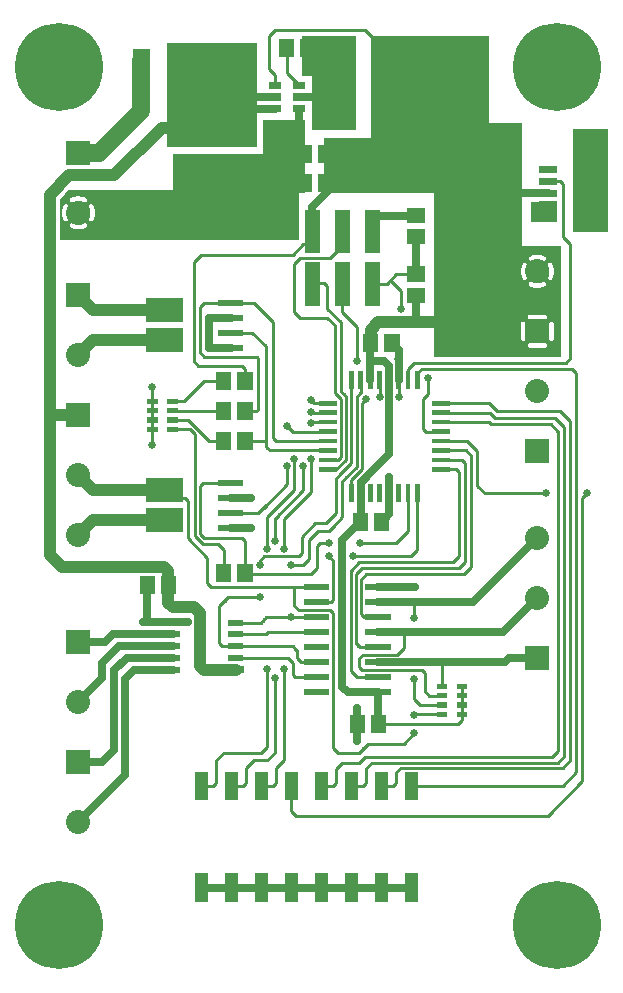
<source format=gbr>
G04 start of page 2 for group 0 idx 0 *
G04 Title: (unknown), component *
G04 Creator: pcb 4.0.2 *
G04 CreationDate: Mon Jan 25 18:11:42 2021 UTC *
G04 For: ndholmes *
G04 Format: Gerber/RS-274X *
G04 PCB-Dimensions (mil): 3000.00 3200.00 *
G04 PCB-Coordinate-Origin: lower left *
%MOIN*%
%FSLAX25Y25*%
%LNTOP*%
%ADD21C,0.0480*%
%ADD20C,0.1285*%
%ADD19C,0.0120*%
%ADD18C,0.0260*%
%ADD17C,0.0800*%
%ADD16C,0.2937*%
%ADD15C,0.0100*%
%ADD14C,0.0250*%
%ADD13C,0.0400*%
%ADD12C,0.0600*%
%ADD11C,0.0001*%
G54D11*G36*
X116000Y282000D02*X103500D01*
Y313500D01*
X116000D01*
Y282000D01*
G37*
G36*
X121000Y313500D02*X132000D01*
Y278000D01*
X121000D01*
Y313500D01*
G37*
G36*
X121500D02*X160500D01*
Y261000D01*
X121500D01*
Y313500D01*
G37*
G36*
X142000Y286000D02*X160500D01*
Y208000D01*
X142000D01*
Y286000D01*
G37*
G36*
X181250Y243500D02*X184500D01*
Y206500D01*
X181250D01*
Y211748D01*
X181368Y211757D01*
X181482Y211785D01*
X181592Y211830D01*
X181692Y211891D01*
X181782Y211968D01*
X181859Y212058D01*
X181920Y212158D01*
X181965Y212268D01*
X181993Y212382D01*
X182000Y212500D01*
Y217500D01*
X181993Y217618D01*
X181965Y217732D01*
X181920Y217842D01*
X181859Y217942D01*
X181782Y218032D01*
X181692Y218109D01*
X181592Y218170D01*
X181482Y218215D01*
X181368Y218243D01*
X181250Y218252D01*
Y232303D01*
X181269Y232319D01*
X181345Y232409D01*
X181405Y232511D01*
X181622Y232980D01*
X181789Y233469D01*
X181909Y233972D01*
X181982Y234484D01*
X182006Y235000D01*
X181982Y235516D01*
X181909Y236028D01*
X181789Y236531D01*
X181622Y237020D01*
X181410Y237492D01*
X181349Y237593D01*
X181272Y237684D01*
X181250Y237702D01*
Y243500D01*
G37*
G36*
X176500D02*X181250D01*
Y237702D01*
X181182Y237761D01*
X181080Y237823D01*
X180971Y237869D01*
X180855Y237897D01*
X180737Y237906D01*
X180619Y237897D01*
X180503Y237870D01*
X180393Y237824D01*
X180292Y237762D01*
X180202Y237686D01*
X180124Y237595D01*
X180062Y237494D01*
X180016Y237385D01*
X179989Y237269D01*
X179979Y237151D01*
X179988Y237032D01*
X180016Y236917D01*
X180063Y236808D01*
X180221Y236468D01*
X180342Y236112D01*
X180430Y235747D01*
X180482Y235375D01*
X180500Y235000D01*
X180482Y234625D01*
X180430Y234253D01*
X180342Y233888D01*
X180221Y233532D01*
X180067Y233190D01*
X180020Y233082D01*
X179993Y232967D01*
X179983Y232849D01*
X179993Y232732D01*
X180021Y232617D01*
X180066Y232508D01*
X180128Y232407D01*
X180205Y232318D01*
X180295Y232241D01*
X180395Y232180D01*
X180504Y232135D01*
X180619Y232107D01*
X180737Y232098D01*
X180855Y232108D01*
X180969Y232135D01*
X181078Y232181D01*
X181179Y232243D01*
X181250Y232303D01*
Y218252D01*
X181132Y218243D01*
X181018Y218215D01*
X180908Y218170D01*
X180808Y218109D01*
X180718Y218032D01*
X180641Y217942D01*
X180580Y217842D01*
X180535Y217732D01*
X180507Y217618D01*
X180500Y217500D01*
Y212500D01*
X180507Y212382D01*
X180535Y212268D01*
X180580Y212158D01*
X180641Y212058D01*
X180718Y211968D01*
X180808Y211891D01*
X180908Y211830D01*
X181018Y211785D01*
X181132Y211757D01*
X181250Y211748D01*
Y206500D01*
X176500D01*
Y209500D01*
X179000D01*
X179118Y209507D01*
X179232Y209535D01*
X179342Y209580D01*
X179442Y209641D01*
X179532Y209718D01*
X179609Y209808D01*
X179670Y209908D01*
X179715Y210018D01*
X179743Y210132D01*
X179752Y210250D01*
X179743Y210368D01*
X179715Y210482D01*
X179670Y210592D01*
X179609Y210692D01*
X179532Y210782D01*
X179442Y210859D01*
X179342Y210920D01*
X179232Y210965D01*
X179118Y210993D01*
X179000Y211000D01*
X176500D01*
Y219000D01*
X179000D01*
X179118Y219007D01*
X179232Y219035D01*
X179342Y219080D01*
X179442Y219141D01*
X179532Y219218D01*
X179609Y219308D01*
X179670Y219408D01*
X179715Y219518D01*
X179743Y219632D01*
X179752Y219750D01*
X179743Y219868D01*
X179715Y219982D01*
X179670Y220092D01*
X179609Y220192D01*
X179532Y220282D01*
X179442Y220359D01*
X179342Y220420D01*
X179232Y220465D01*
X179118Y220493D01*
X179000Y220500D01*
X176500D01*
Y229494D01*
X177016Y229518D01*
X177528Y229591D01*
X178031Y229711D01*
X178520Y229878D01*
X178992Y230090D01*
X179093Y230151D01*
X179184Y230228D01*
X179261Y230318D01*
X179323Y230420D01*
X179369Y230529D01*
X179397Y230645D01*
X179406Y230763D01*
X179397Y230881D01*
X179370Y230997D01*
X179324Y231107D01*
X179262Y231208D01*
X179186Y231298D01*
X179095Y231376D01*
X178994Y231438D01*
X178885Y231484D01*
X178769Y231511D01*
X178651Y231521D01*
X178532Y231512D01*
X178417Y231484D01*
X178308Y231437D01*
X177968Y231279D01*
X177612Y231158D01*
X177247Y231070D01*
X176875Y231018D01*
X176500Y231000D01*
Y239000D01*
X176875Y238982D01*
X177247Y238930D01*
X177612Y238842D01*
X177968Y238721D01*
X178310Y238567D01*
X178418Y238520D01*
X178533Y238493D01*
X178651Y238483D01*
X178768Y238493D01*
X178883Y238521D01*
X178992Y238566D01*
X179093Y238628D01*
X179182Y238705D01*
X179259Y238795D01*
X179320Y238895D01*
X179365Y239004D01*
X179393Y239119D01*
X179402Y239237D01*
X179392Y239355D01*
X179365Y239469D01*
X179319Y239578D01*
X179257Y239679D01*
X179181Y239769D01*
X179091Y239845D01*
X178989Y239905D01*
X178520Y240122D01*
X178031Y240289D01*
X177528Y240409D01*
X177016Y240482D01*
X176500Y240506D01*
Y243500D01*
G37*
G36*
X171750D02*X176500D01*
Y240506D01*
X175984Y240482D01*
X175472Y240409D01*
X174969Y240289D01*
X174480Y240122D01*
X174008Y239910D01*
X173907Y239849D01*
X173816Y239772D01*
X173739Y239682D01*
X173677Y239580D01*
X173631Y239471D01*
X173603Y239355D01*
X173594Y239237D01*
X173603Y239119D01*
X173630Y239003D01*
X173676Y238893D01*
X173738Y238792D01*
X173814Y238702D01*
X173905Y238624D01*
X174006Y238562D01*
X174115Y238516D01*
X174231Y238489D01*
X174349Y238479D01*
X174468Y238488D01*
X174583Y238516D01*
X174692Y238563D01*
X175032Y238721D01*
X175388Y238842D01*
X175753Y238930D01*
X176125Y238982D01*
X176500Y239000D01*
Y231000D01*
X176125Y231018D01*
X175753Y231070D01*
X175388Y231158D01*
X175032Y231279D01*
X174690Y231433D01*
X174582Y231480D01*
X174467Y231507D01*
X174349Y231517D01*
X174232Y231507D01*
X174117Y231479D01*
X174008Y231434D01*
X173907Y231372D01*
X173818Y231295D01*
X173741Y231205D01*
X173680Y231105D01*
X173635Y230996D01*
X173607Y230881D01*
X173598Y230763D01*
X173608Y230645D01*
X173635Y230531D01*
X173681Y230422D01*
X173743Y230321D01*
X173819Y230231D01*
X173909Y230155D01*
X174011Y230095D01*
X174480Y229878D01*
X174969Y229711D01*
X175472Y229591D01*
X175984Y229518D01*
X176500Y229494D01*
Y220500D01*
X174000D01*
X173882Y220493D01*
X173768Y220465D01*
X173658Y220420D01*
X173558Y220359D01*
X173468Y220282D01*
X173391Y220192D01*
X173330Y220092D01*
X173285Y219982D01*
X173257Y219868D01*
X173248Y219750D01*
X173257Y219632D01*
X173285Y219518D01*
X173330Y219408D01*
X173391Y219308D01*
X173468Y219218D01*
X173558Y219141D01*
X173658Y219080D01*
X173768Y219035D01*
X173882Y219007D01*
X174000Y219000D01*
X176500D01*
Y211000D01*
X174000D01*
X173882Y210993D01*
X173768Y210965D01*
X173658Y210920D01*
X173558Y210859D01*
X173468Y210782D01*
X173391Y210692D01*
X173330Y210592D01*
X173285Y210482D01*
X173257Y210368D01*
X173248Y210250D01*
X173257Y210132D01*
X173285Y210018D01*
X173330Y209908D01*
X173391Y209808D01*
X173468Y209718D01*
X173558Y209641D01*
X173658Y209580D01*
X173768Y209535D01*
X173882Y209507D01*
X174000Y209500D01*
X176500D01*
Y206500D01*
X171750D01*
Y211748D01*
X171868Y211757D01*
X171982Y211785D01*
X172092Y211830D01*
X172192Y211891D01*
X172282Y211968D01*
X172359Y212058D01*
X172420Y212158D01*
X172465Y212268D01*
X172493Y212382D01*
X172500Y212500D01*
Y217500D01*
X172493Y217618D01*
X172465Y217732D01*
X172420Y217842D01*
X172359Y217942D01*
X172282Y218032D01*
X172192Y218109D01*
X172092Y218170D01*
X171982Y218215D01*
X171868Y218243D01*
X171750Y218252D01*
Y232298D01*
X171818Y232239D01*
X171920Y232177D01*
X172029Y232131D01*
X172145Y232103D01*
X172263Y232094D01*
X172381Y232103D01*
X172497Y232130D01*
X172607Y232176D01*
X172708Y232238D01*
X172798Y232314D01*
X172876Y232405D01*
X172938Y232506D01*
X172984Y232615D01*
X173011Y232731D01*
X173021Y232849D01*
X173012Y232968D01*
X172984Y233083D01*
X172937Y233192D01*
X172779Y233532D01*
X172658Y233888D01*
X172570Y234253D01*
X172518Y234625D01*
X172500Y235000D01*
X172518Y235375D01*
X172570Y235747D01*
X172658Y236112D01*
X172779Y236468D01*
X172933Y236810D01*
X172980Y236918D01*
X173007Y237033D01*
X173017Y237151D01*
X173007Y237268D01*
X172979Y237383D01*
X172934Y237492D01*
X172872Y237593D01*
X172795Y237682D01*
X172705Y237759D01*
X172605Y237820D01*
X172496Y237865D01*
X172381Y237893D01*
X172263Y237902D01*
X172145Y237892D01*
X172031Y237865D01*
X171922Y237819D01*
X171821Y237757D01*
X171750Y237697D01*
Y243500D01*
G37*
G36*
X142000D02*X171750D01*
Y237697D01*
X171731Y237681D01*
X171655Y237591D01*
X171595Y237489D01*
X171378Y237020D01*
X171211Y236531D01*
X171091Y236028D01*
X171018Y235516D01*
X170994Y235000D01*
X171018Y234484D01*
X171091Y233972D01*
X171211Y233469D01*
X171378Y232980D01*
X171590Y232508D01*
X171651Y232407D01*
X171728Y232316D01*
X171750Y232298D01*
Y218252D01*
X171632Y218243D01*
X171518Y218215D01*
X171408Y218170D01*
X171308Y218109D01*
X171218Y218032D01*
X171141Y217942D01*
X171080Y217842D01*
X171035Y217732D01*
X171007Y217618D01*
X171000Y217500D01*
Y212500D01*
X171007Y212382D01*
X171035Y212268D01*
X171080Y212158D01*
X171141Y212058D01*
X171218Y211968D01*
X171308Y211891D01*
X171408Y211830D01*
X171518Y211785D01*
X171632Y211757D01*
X171750Y211748D01*
Y206500D01*
X142000D01*
Y243500D01*
G37*
G36*
X188500Y282500D02*X200000D01*
Y248000D01*
X188500D01*
Y282500D01*
G37*
G36*
X183000Y251500D02*X174500D01*
Y258000D01*
X183000D01*
Y251500D01*
G37*
G36*
X153000Y284500D02*X171500D01*
Y237283D01*
X171378Y237020D01*
X171211Y236531D01*
X171091Y236028D01*
X171018Y235516D01*
X170994Y235000D01*
X171018Y234484D01*
X171091Y233972D01*
X171211Y233469D01*
X171378Y232980D01*
X171500Y232708D01*
Y218208D01*
X171408Y218170D01*
X171308Y218109D01*
X171218Y218032D01*
X171141Y217942D01*
X171080Y217842D01*
X171035Y217732D01*
X171007Y217618D01*
X171000Y217500D01*
Y212500D01*
X171007Y212382D01*
X171035Y212268D01*
X171080Y212158D01*
X171141Y212058D01*
X171218Y211968D01*
X171308Y211891D01*
X171408Y211830D01*
X171500Y211792D01*
Y206500D01*
X153000D01*
Y284500D01*
G37*
G36*
X101500Y307000D02*X111500D01*
Y282000D01*
X101500D01*
Y307000D01*
G37*
G36*
X98000Y313500D02*X111500D01*
Y300000D01*
X98000D01*
Y313500D01*
G37*
G36*
X53000Y311000D02*X83000D01*
Y276500D01*
X53000D01*
Y311000D01*
G37*
G36*
X46000Y156000D02*X58500D01*
Y148000D01*
X46000D01*
Y156000D01*
G37*
G36*
Y166000D02*X58500D01*
Y158000D01*
X46000D01*
Y166000D01*
G37*
G36*
Y216000D02*X58500D01*
Y208000D01*
X46000D01*
Y216000D01*
G37*
G36*
Y226000D02*X58500D01*
Y218000D01*
X46000D01*
Y226000D01*
G37*
G36*
X85000Y285500D02*X99000D01*
Y261000D01*
X85000D01*
Y285500D01*
G37*
G36*
X105500Y279500D02*X131500D01*
Y261000D01*
X105500D01*
Y279500D01*
G37*
G36*
X55000Y274000D02*X88000D01*
Y254000D01*
X55000D01*
Y274000D01*
G37*
G36*
X27993Y262000D02*X97000D01*
Y245500D01*
X27993D01*
Y251645D01*
X28078Y251681D01*
X28179Y251743D01*
X28269Y251819D01*
X28345Y251909D01*
X28405Y252011D01*
X28622Y252480D01*
X28789Y252969D01*
X28909Y253472D01*
X28982Y253984D01*
X29006Y254500D01*
X28982Y255016D01*
X28909Y255528D01*
X28789Y256031D01*
X28622Y256520D01*
X28410Y256992D01*
X28349Y257093D01*
X28272Y257184D01*
X28182Y257261D01*
X28080Y257323D01*
X27993Y257360D01*
Y262000D01*
G37*
G36*
X23502D02*X27993D01*
Y257360D01*
X27971Y257369D01*
X27855Y257397D01*
X27737Y257406D01*
X27619Y257397D01*
X27503Y257370D01*
X27393Y257324D01*
X27292Y257262D01*
X27202Y257186D01*
X27124Y257095D01*
X27062Y256994D01*
X27016Y256885D01*
X26989Y256769D01*
X26979Y256651D01*
X26988Y256532D01*
X27016Y256417D01*
X27063Y256308D01*
X27221Y255968D01*
X27342Y255612D01*
X27430Y255247D01*
X27482Y254875D01*
X27500Y254500D01*
X27482Y254125D01*
X27430Y253753D01*
X27342Y253388D01*
X27221Y253032D01*
X27067Y252690D01*
X27020Y252582D01*
X26993Y252467D01*
X26983Y252349D01*
X26993Y252232D01*
X27021Y252117D01*
X27066Y252008D01*
X27128Y251907D01*
X27205Y251818D01*
X27295Y251741D01*
X27395Y251680D01*
X27504Y251635D01*
X27619Y251607D01*
X27737Y251598D01*
X27855Y251608D01*
X27969Y251635D01*
X27993Y251645D01*
Y245500D01*
X23502D01*
Y248994D01*
X24016Y249018D01*
X24528Y249091D01*
X25031Y249211D01*
X25520Y249378D01*
X25992Y249590D01*
X26093Y249651D01*
X26184Y249728D01*
X26261Y249818D01*
X26323Y249920D01*
X26369Y250029D01*
X26397Y250145D01*
X26406Y250263D01*
X26397Y250381D01*
X26370Y250497D01*
X26324Y250607D01*
X26262Y250708D01*
X26186Y250798D01*
X26095Y250876D01*
X25994Y250938D01*
X25885Y250984D01*
X25769Y251011D01*
X25651Y251021D01*
X25532Y251012D01*
X25417Y250984D01*
X25308Y250937D01*
X24968Y250779D01*
X24612Y250658D01*
X24247Y250570D01*
X23875Y250518D01*
X23502Y250500D01*
Y258500D01*
X23875Y258482D01*
X24247Y258430D01*
X24612Y258342D01*
X24968Y258221D01*
X25310Y258067D01*
X25418Y258020D01*
X25533Y257993D01*
X25651Y257983D01*
X25768Y257993D01*
X25883Y258021D01*
X25992Y258066D01*
X26093Y258128D01*
X26182Y258205D01*
X26259Y258295D01*
X26320Y258395D01*
X26365Y258504D01*
X26393Y258619D01*
X26402Y258737D01*
X26392Y258855D01*
X26365Y258969D01*
X26319Y259078D01*
X26257Y259179D01*
X26181Y259269D01*
X26091Y259345D01*
X25989Y259405D01*
X25520Y259622D01*
X25031Y259789D01*
X24528Y259909D01*
X24016Y259982D01*
X23502Y260006D01*
Y262000D01*
G37*
G36*
X20167D02*X23502D01*
Y260006D01*
X23500Y260006D01*
X22984Y259982D01*
X22472Y259909D01*
X21969Y259789D01*
X21480Y259622D01*
X21008Y259410D01*
X20907Y259349D01*
X20816Y259272D01*
X20739Y259182D01*
X20677Y259080D01*
X20631Y258971D01*
X20603Y258855D01*
X20594Y258737D01*
X20603Y258619D01*
X20630Y258503D01*
X20676Y258393D01*
X20738Y258292D01*
X20814Y258202D01*
X20905Y258124D01*
X21006Y258062D01*
X21115Y258016D01*
X21231Y257989D01*
X21349Y257979D01*
X21468Y257988D01*
X21583Y258016D01*
X21692Y258063D01*
X22032Y258221D01*
X22388Y258342D01*
X22753Y258430D01*
X23125Y258482D01*
X23500Y258500D01*
X23502Y258500D01*
Y250500D01*
X23500Y250500D01*
X23125Y250518D01*
X22753Y250570D01*
X22388Y250658D01*
X22032Y250779D01*
X21690Y250933D01*
X21582Y250980D01*
X21467Y251007D01*
X21349Y251017D01*
X21232Y251007D01*
X21117Y250979D01*
X21008Y250934D01*
X20907Y250872D01*
X20818Y250795D01*
X20741Y250705D01*
X20680Y250605D01*
X20635Y250496D01*
X20607Y250381D01*
X20598Y250263D01*
X20608Y250145D01*
X20635Y250031D01*
X20681Y249922D01*
X20743Y249821D01*
X20819Y249731D01*
X20909Y249655D01*
X21011Y249595D01*
X21480Y249378D01*
X21969Y249211D01*
X22472Y249091D01*
X22984Y249018D01*
X23500Y248994D01*
X23502Y248994D01*
Y245500D01*
X19007D01*
Y251640D01*
X19029Y251631D01*
X19145Y251603D01*
X19263Y251594D01*
X19381Y251603D01*
X19497Y251630D01*
X19607Y251676D01*
X19708Y251738D01*
X19798Y251814D01*
X19876Y251905D01*
X19938Y252006D01*
X19984Y252115D01*
X20011Y252231D01*
X20021Y252349D01*
X20012Y252468D01*
X19984Y252583D01*
X19937Y252692D01*
X19779Y253032D01*
X19658Y253388D01*
X19570Y253753D01*
X19518Y254125D01*
X19500Y254500D01*
X19518Y254875D01*
X19570Y255247D01*
X19658Y255612D01*
X19779Y255968D01*
X19933Y256310D01*
X19980Y256418D01*
X20007Y256533D01*
X20017Y256651D01*
X20007Y256768D01*
X19979Y256883D01*
X19934Y256992D01*
X19872Y257093D01*
X19795Y257182D01*
X19705Y257259D01*
X19605Y257320D01*
X19496Y257365D01*
X19381Y257393D01*
X19263Y257402D01*
X19145Y257392D01*
X19031Y257365D01*
X19007Y257355D01*
Y260841D01*
X20167Y262000D01*
G37*
G36*
X19007Y245500D02*X17300D01*
Y259133D01*
X19007Y260841D01*
Y257355D01*
X18922Y257319D01*
X18821Y257257D01*
X18731Y257181D01*
X18655Y257091D01*
X18595Y256989D01*
X18378Y256520D01*
X18211Y256031D01*
X18091Y255528D01*
X18018Y255016D01*
X17994Y254500D01*
X18018Y253984D01*
X18091Y253472D01*
X18211Y252969D01*
X18378Y252480D01*
X18590Y252008D01*
X18651Y251907D01*
X18728Y251816D01*
X18818Y251739D01*
X18920Y251677D01*
X19007Y251640D01*
Y245500D01*
G37*
G54D12*X44500Y305500D02*Y288500D01*
X30500Y274500D01*
G54D13*X59800Y282843D02*X51343D01*
X35500Y267000D01*
G54D12*X30500Y274500D02*X23500D01*
G54D14*X97200Y293100D02*X104900D01*
G54D15*X92957Y301243D02*X97200Y297000D01*
G54D14*Y289200D02*Y283700D01*
G54D15*X92957Y309500D02*Y301243D01*
X89000Y297000D02*Y300500D01*
X87000Y302500D01*
Y313500D01*
X89000Y315500D01*
G54D14*Y293100D02*X79100D01*
X89000Y289200D02*X80700D01*
G54D15*X89000Y315500D02*X119000D01*
X123000Y311500D01*
G54D13*X23500Y207000D02*X28500Y212000D01*
X50500D01*
X28500Y222000D02*X50500D01*
X23500Y227000D02*X28500Y222000D01*
X14000Y191000D02*Y260000D01*
X35500Y267000D02*X20500D01*
X14000Y260500D01*
X121000Y215500D02*Y211043D01*
X120957Y211000D01*
G54D15*X116500Y216500D02*Y205000D01*
Y216500D02*Y214500D01*
X117626Y198779D02*Y195626D01*
Y198779D02*Y194626D01*
X114500Y195000D02*Y198755D01*
X111000Y217000D02*Y195000D01*
X111500Y221500D02*X116500Y216500D01*
X109000Y217000D02*Y194500D01*
X114500Y198755D02*X114476Y198779D01*
X111000Y192500D02*X109000Y194500D01*
X112000Y194000D02*X112750Y193250D01*
X111000Y195000D02*X112750Y193250D01*
X109000Y194500D02*X110000Y193500D01*
X116250Y193250D02*X117500Y194500D01*
X117626Y194626D02*X116250Y193250D01*
X118000Y191000D02*X119500Y192500D01*
X69500Y203500D02*X78000D01*
X79000Y202500D01*
Y198543D01*
X79043Y198500D01*
X65500Y206500D02*X83000D01*
X83500Y206000D01*
X70000Y203500D02*X63500D01*
X62000Y205000D01*
X64000Y223000D02*Y208000D01*
X65500Y206500D01*
X62000Y205000D02*Y227000D01*
Y225000D02*Y238000D01*
X64500Y240500D01*
X81500Y214500D02*X86000Y210000D01*
X88500Y218000D02*X84000Y222500D01*
X102500Y239500D02*X97500D01*
X95500Y237500D01*
Y221500D01*
X111500Y230760D02*Y221500D01*
X106500Y219500D02*X109000Y217000D01*
X95500Y221500D02*X97500Y219500D01*
X106500D01*
X101500Y231000D02*X105500D01*
X106500Y230000D01*
Y222500D01*
X64500Y240500D02*X91500D01*
X87500D02*X95000D01*
X98500Y244000D02*X95000Y240500D01*
X90500D01*
G54D14*X101500Y251500D02*Y256500D01*
X107500Y262500D01*
G54D15*X101500Y244000D02*X98500D01*
X101500Y239500D02*X107500D01*
X110500Y242500D01*
G54D13*X28500Y162000D02*X50500D01*
X23500Y167000D02*X28500Y162000D01*
G54D15*X48000Y196500D02*Y177000D01*
X54848Y191724D02*X58724D01*
X71957Y198500D02*X65500D01*
X58724Y191724D02*X65500Y198500D01*
X68000D01*
X54848Y188575D02*X71882D01*
X54848Y185425D02*X60075D01*
X67000Y178500D01*
X71957D01*
X60724Y182276D02*X62250Y180750D01*
X65000Y164500D02*X64000Y163500D01*
X54848Y182276D02*X60724D01*
X71882Y188575D02*X71957Y188500D01*
X79000Y138500D02*Y134500D01*
X78000Y146000D02*X79000Y145000D01*
Y137000D01*
X72000Y142000D02*Y134586D01*
X71914Y134500D01*
G54D13*X50000Y136500D02*X50043Y136543D01*
X52000Y136500D02*X53500Y135000D01*
G54D15*X74250Y164500D02*X65000D01*
X53750Y159500D02*X59000D01*
X60000Y158500D01*
X64000Y163500D02*Y147500D01*
X62250Y180750D02*Y146750D01*
X60000Y146000D02*Y158500D01*
X64000Y147500D02*X65500Y146000D01*
X62250Y146750D02*X65000Y144000D01*
X70000D01*
X72000Y142000D01*
X66500Y131000D02*Y139500D01*
X60000Y146000D01*
X65500D02*X78000D01*
G54D13*X14000Y192500D02*Y140500D01*
X18000Y136500D01*
X28500Y152000D02*X50500D01*
X23500Y147000D02*X28500Y152000D01*
X18000Y136500D02*X50000D01*
X23500Y187000D02*X14000D01*
X47500Y136500D02*X52000D01*
G54D14*X60000Y118000D02*X45000D01*
X46500Y129957D02*Y118500D01*
G54D13*X53500Y135000D02*Y124500D01*
X55000Y123000D01*
X62000D01*
G54D14*X55000Y113937D02*X34937D01*
X55000Y110000D02*X37000D01*
X55000Y106063D02*X39563D01*
X55000Y102126D02*X42126D01*
X39000Y99000D01*
G54D13*X62000Y123000D02*X64000Y121000D01*
Y103500D01*
X65500Y102000D01*
X65374Y102126D02*X64000Y103500D01*
X76000Y102126D02*X65374D01*
G54D15*X74500Y63450D02*X78450D01*
X64500D02*X68450D01*
X69500Y64500D01*
Y72000D01*
X72000Y74500D01*
X67800Y129700D02*X66500Y131000D01*
X73500Y126500D02*X70500Y123500D01*
Y111000D01*
X71500Y110000D01*
X76500D01*
G54D14*X34937Y113937D02*X32500Y111500D01*
X37000Y110000D02*X31500Y104500D01*
Y99500D01*
X39563Y106063D02*X35500Y102000D01*
X32500Y111500D02*X23500D01*
X31500Y99500D02*X23500Y91500D01*
X31500Y71500D02*X23500D01*
X35500Y102000D02*Y75500D01*
X31500Y71500D01*
X39000Y99000D02*Y67000D01*
X23500Y51500D01*
G54D15*X76000Y117874D02*X84374D01*
X86000Y114000D02*X76063D01*
X76000Y113937D01*
X84374Y117874D02*X85500Y119000D01*
X86200Y119700D02*X85000Y118500D01*
X76000Y110000D02*X84500D01*
X83000Y106000D02*X76063D01*
X76000Y106063D01*
X81500Y106000D02*X93000D01*
X95000Y104500D02*X93500Y106000D01*
X90500D01*
X102950Y119700D02*X86200D01*
X102950Y114700D02*X86700D01*
X86000Y114000D01*
X102950Y129700D02*X92700D01*
X95500D02*Y123500D01*
X97000Y122000D01*
X107000D01*
X106000D02*X107500D01*
X102950Y124700D02*X107700D01*
X84000Y137000D02*Y138500D01*
X85500Y140000D01*
X86500Y142500D02*Y153000D01*
X85500Y140000D02*X93500D01*
X100500Y145500D02*Y139000D01*
X98500Y137000D01*
X94500D01*
X86500Y153000D02*X95500Y162000D01*
Y172500D01*
X93000Y170000D02*Y164000D01*
X85250Y156250D01*
X98500Y170000D02*Y162000D01*
X101000Y161500D02*Y172500D01*
X98500Y162000D02*X89000Y152500D01*
X90500Y154000D01*
X92000Y152500D02*X101000Y161500D01*
X89000Y145000D02*Y152500D01*
X92000Y142500D02*Y152500D01*
G54D14*X123450Y94700D02*Y84093D01*
X123543Y84000D01*
X116500Y78500D02*Y89500D01*
G54D15*X108500Y91000D02*Y76000D01*
X110000Y74500D01*
X117000D01*
G54D14*X123450Y94700D02*X117300D01*
X118300D02*X113300D01*
X111500Y96500D01*
Y100500D01*
G54D15*X123450Y99700D02*X116300D01*
X118000Y102000D02*X134500D01*
X144652Y96724D02*Y104652D01*
X139000Y95000D02*Y101000D01*
X138000Y102000D01*
X131500D01*
X151348Y96724D02*Y85348D01*
X150000Y84000D01*
X123543D01*
X144652Y93575D02*X140425D01*
X139000Y95000D01*
X135500Y99000D02*Y92500D01*
X117300Y109700D02*X116000Y111000D01*
G54D14*X111500Y96500D02*Y145500D01*
G54D15*X116000Y134000D02*Y111000D01*
X116750Y110250D01*
X114250Y101750D02*Y135250D01*
X117000Y138000D01*
X129750Y107250D02*X118250D01*
X117000Y106000D01*
Y103000D01*
X107700Y124700D02*X108500Y125500D01*
Y138500D01*
X107500Y122000D02*X108500Y121000D01*
Y88500D01*
X116300Y99700D02*X114250Y101750D01*
X117000Y103000D02*X118000Y102000D01*
X102950Y99700D02*X97300D01*
X97000D02*X95800D01*
X95000Y100500D01*
Y104500D01*
X92000Y93500D02*Y102500D01*
X89000Y99500D02*Y77500D01*
X86500Y102500D02*Y82500D01*
Y76500D02*Y85500D01*
X92000Y94500D02*Y78000D01*
Y80000D02*Y72000D01*
X86500D02*X89000Y74500D01*
Y80000D01*
G54D14*X64500Y29550D02*X134500D01*
G54D15*X137500Y69500D02*X131000D01*
X129500Y68000D01*
Y64500D01*
X128500Y63500D01*
X124550D01*
X124500Y63450D01*
X118450D02*X119500Y64500D01*
Y68000D01*
X130500Y71250D02*X121250D01*
X119500Y69500D01*
Y66500D01*
X128500Y73000D02*X119000D01*
X117000Y71000D01*
X111500D01*
X109500Y69000D01*
Y65000D01*
Y64500D02*Y66500D01*
X114500Y63450D02*X118450D01*
X104500D02*X108450D01*
X109500Y64500D01*
X94500Y63450D02*Y55000D01*
X96000Y53500D01*
X119000D01*
X92000Y72000D02*X89500Y69500D01*
X84500Y63450D02*X88450D01*
X89500Y64500D01*
Y69500D01*
X90500Y70500D01*
X78450Y63450D02*X79500Y64500D01*
Y69500D01*
X82000Y72000D01*
X86500D01*
X72000Y74500D02*X84500D01*
X86500Y76500D01*
G54D14*X74250Y219500D02*X67000D01*
Y209500D01*
X74250D01*
G54D15*X65500Y224500D02*X64000Y223000D01*
X81500Y214500D02*X74250D01*
X65500Y224500D02*X82000D01*
X86500Y220000D01*
X79043Y188500D02*Y188543D01*
X83000Y188500D02*X79043D01*
X83500Y206000D02*Y189000D01*
X86000Y210000D02*Y176500D01*
X86500Y176000D01*
X88500Y179500D02*Y218000D01*
X83500Y189000D02*X83000Y188500D01*
X106646Y178500D02*X106721Y178425D01*
X111000Y173000D02*Y192500D01*
X106721Y168976D02*X109476D01*
X112750Y172250D02*Y193250D01*
X114500Y171000D02*Y196000D01*
X106500Y222500D02*X111000Y218000D01*
Y215000D01*
X79043Y178500D02*X84500D01*
X86000D02*X83000D01*
X87225Y175275D02*X86000Y176500D01*
X89500Y178500D02*X88500Y179500D01*
X106721Y184724D02*X101224D01*
X101000Y184500D01*
X106721Y187874D02*X101126D01*
X101000Y188000D01*
X106721Y191023D02*X101977D01*
X101000Y192000D01*
X106721Y175275D02*X87225D01*
X106646Y178500D02*X89500D01*
X106721Y181575D02*X94925D01*
X93000Y183500D01*
G54D14*X120775Y198779D02*Y210818D01*
X127075Y200000D02*Y173949D01*
X131000Y253500D02*X126000D01*
X136000D02*X122000D01*
X136000Y246500D02*Y234043D01*
Y226957D02*Y218000D01*
G54D15*X121500Y230760D02*X126260D01*
X129500Y234000D01*
X136000D01*
X131000Y222500D02*Y228500D01*
X127500Y232000D01*
X123925Y198779D02*Y193025D01*
X123900Y193000D01*
X130224Y198779D02*Y193024D01*
X130200Y193000D01*
G54D14*X120775Y210818D02*X120957Y211000D01*
G54D13*X123500Y218000D02*X121000Y215500D01*
G54D14*X127075Y198779D02*Y203425D01*
X125500Y205000D01*
X120775D01*
G54D15*X135500Y204500D02*X134000Y203000D01*
X136523Y198779D02*Y201023D01*
X138000Y202500D01*
G54D13*X146500Y218000D02*X123500D01*
G54D14*X130224Y198779D02*Y208819D01*
X128043Y211000D01*
G54D15*X133374Y198779D02*Y202374D01*
X135000Y204000D01*
X140000Y194000D02*Y199500D01*
X187500Y244000D02*Y206000D01*
X186000Y204500D01*
X185500Y180000D02*Y183000D01*
X187500Y244000D02*Y241500D01*
G54D14*X180000Y261031D02*X167000D01*
G54D15*X180000Y264969D02*X184031D01*
X185000Y264000D01*
Y246500D01*
X187500Y244000D01*
X186000Y204500D02*X135500D01*
X138000Y202500D02*X185500D01*
X184500D02*X188000D01*
X189500Y201000D01*
X187500Y185000D02*X184500Y188000D01*
X185500Y183000D02*X182500Y186000D01*
X184000Y188500D02*X187500Y185000D01*
X183500Y181500D02*X181000Y184000D01*
X181500Y183500D01*
X184000Y188500D02*X163000D01*
X162500Y186000D02*X182500D01*
X161000Y184000D02*X181000D01*
G54D14*X127075Y154032D02*X124543Y151500D01*
G54D15*X136500Y161197D02*X136524Y161221D01*
G54D14*X127075Y173949D02*X118813Y165687D01*
G54D15*X116250Y169750D02*Y193250D01*
G54D14*X117626Y162874D02*Y151669D01*
X117457Y151500D01*
X117626Y160126D02*Y164626D01*
X120775Y167649D02*X117626Y164500D01*
Y161221D01*
G54D15*X118000Y169000D02*Y191000D01*
X163000Y188500D02*X160500Y191000D01*
X160626Y187874D02*X162500Y186000D01*
X160500Y191000D02*X144303D01*
X144279Y187874D02*X160626D01*
X144303Y191000D02*X144279Y191024D01*
Y181575D02*X139425D01*
X138500Y182500D01*
Y192500D01*
X140000Y194000D01*
X144279Y178425D02*X153075D01*
X156500Y175000D01*
Y163500D01*
X159000Y161000D01*
X179500D01*
X189500Y201000D02*Y69500D01*
X185500Y181500D02*Y75000D01*
X187500Y73500D02*Y185000D01*
X183500Y77000D02*Y181500D01*
X185500Y73500D02*Y76500D01*
X183500Y75000D02*Y78500D01*
X189500Y68000D02*Y72500D01*
Y68000D02*Y70500D01*
X183500Y79000D02*Y77000D01*
X185000Y69500D02*X187500Y72000D01*
Y75500D01*
X191500Y65000D02*Y159500D01*
X193000Y161000D01*
X135500Y92500D02*X137500Y90500D01*
X117000Y74500D02*X120000Y77500D01*
X132000D01*
X135500Y81000D01*
X117000Y74500D02*X118500Y76000D01*
X137500Y90500D02*X144577D01*
X144652Y87276D02*X135776D01*
X135500Y87000D01*
X144577Y90500D02*X144652Y90425D01*
X135500Y69500D02*X185000D01*
X107500Y53500D02*X180000D01*
X191500Y65000D01*
X134500Y63450D02*X184950D01*
X189500Y68000D01*
X127750Y71250D02*X183250D01*
X126500Y73000D02*X181500D01*
X183250Y71250D02*X185500Y73500D01*
X181500Y73000D02*X183500Y75000D01*
X152000Y134000D02*X154500Y136500D01*
Y146000D01*
X152500Y138000D02*X150500Y136000D01*
X117750Y120750D02*Y132250D01*
X119500Y134000D01*
X127500D01*
X152500Y147500D02*Y138000D01*
X135500Y119500D02*Y124700D01*
X122500Y134000D02*X152000D01*
X150500Y136000D02*X118000D01*
X117000Y138000D02*X148500D01*
G54D14*X123450Y104700D02*X165700D01*
X123450Y114700D02*X165200D01*
G54D15*X132000D02*Y109500D01*
X129750Y107250D01*
X144652Y104652D02*X144700Y104700D01*
G54D14*X165700D02*X167000Y106000D01*
X176500D01*
X165200Y114700D02*X176500Y126000D01*
X155200Y124700D02*X176500Y146000D01*
X123450Y124700D02*X155200D01*
G54D15*X123450Y119700D02*X118800D01*
G54D14*X123450Y129700D02*X135700D01*
G54D15*X118800Y119700D02*X117750Y120750D01*
X123450Y109700D02*X117300D01*
X148500Y138000D02*X150500Y140000D01*
X115000D02*X134500D01*
X129500Y144500D02*X117500D01*
X134500Y140000D02*X136500Y142000D01*
G54D14*X127075Y161221D02*Y166425D01*
X127000Y166500D01*
X127075Y161925D02*Y154032D01*
G54D15*X136500Y142000D02*Y161197D01*
X133374Y161221D02*Y148374D01*
X129500Y144500D01*
X144279Y184725D02*X160275D01*
X161000Y184000D01*
X144279Y175276D02*X152724D01*
X154500Y173500D01*
X150500Y146500D02*Y168000D01*
X152500Y145500D02*Y171000D01*
X154500Y144500D02*Y167000D01*
X150500Y140000D02*Y155500D01*
X154500Y173500D02*Y164000D01*
X151374Y172126D02*X152500Y171000D01*
X152000Y171500D01*
X144279Y172126D02*X151374D01*
X150500Y168000D02*X149500Y169000D01*
X144302D01*
X144279Y168977D01*
G54D14*X117626Y151626D02*X111500Y145500D01*
G54D15*X118000Y136000D02*X116000Y134000D01*
X108500Y138500D02*X107000Y140000D01*
X104000Y144500D02*X107000D01*
X109000Y150500D02*X107000Y148500D01*
X103500D01*
X109500Y154500D02*X106000Y151000D01*
X111500Y153000D02*X107000Y148500D01*
X111000Y167500D02*X109500Y166000D01*
Y154500D01*
X112750Y166250D02*X111500Y165000D01*
Y153000D01*
X114477Y161221D02*Y165477D01*
X106721Y172126D02*X110126D01*
X111000Y173000D01*
X109476Y168976D02*X112750Y172250D01*
X110500Y167000D02*X114500Y171000D01*
X112500Y166000D02*X116250Y169750D01*
X114477Y165477D02*X118000Y169000D01*
G54D14*X81000Y159500D02*X74250D01*
X81000Y149500D02*X74250D01*
G54D15*X86000Y157000D02*X83500Y154500D01*
X74500D01*
X103000Y143500D02*X104000Y144500D01*
X103500Y148500D02*X100500Y145500D01*
X105000Y151000D02*X102500D01*
X79000Y134000D02*X101000D01*
X97000Y140000D02*X89500D01*
X101000Y134000D02*X103000Y136000D01*
Y143500D01*
X102500Y151000D02*X98000Y146500D01*
Y141000D01*
X97000Y140000D01*
X104000Y151000D02*X106000D01*
X93800Y129700D02*X67800D01*
X84000Y126500D02*X73500D01*
X72250Y125250D01*
X82500Y110000D02*X95000D01*
X96500Y108500D01*
X102950Y104700D02*X97800D01*
X96500Y106000D01*
Y108500D01*
X95500Y109500D01*
G54D16*X17000Y17000D03*
G54D11*G36*
X19500Y75500D02*Y67500D01*
X27500D01*
Y75500D01*
X19500D01*
G37*
G54D17*X23500Y51500D03*
G54D11*G36*
X172500Y110000D02*Y102000D01*
X180500D01*
Y110000D01*
X172500D01*
G37*
G54D17*X176500Y126000D03*
G54D16*X183000Y17000D03*
G54D11*G36*
X19500Y115500D02*Y107500D01*
X27500D01*
Y115500D01*
X19500D01*
G37*
G54D17*X23500Y91500D03*
G54D11*G36*
X19500Y191000D02*Y183000D01*
X27500D01*
Y191000D01*
X19500D01*
G37*
G54D17*X23500Y167000D03*
Y147000D03*
G54D11*G36*
X172500Y179000D02*Y171000D01*
X180500D01*
Y179000D01*
X172500D01*
G37*
G36*
X19500Y231000D02*Y223000D01*
X27500D01*
Y231000D01*
X19500D01*
G37*
G54D17*X23500Y207000D03*
G54D11*G36*
X19500Y278500D02*Y270500D01*
X27500D01*
Y278500D01*
X19500D01*
G37*
G54D17*X23500Y254500D03*
G54D16*X17000Y303000D03*
G54D17*X176500Y146000D03*
G54D16*X183000Y303000D03*
G54D11*G36*
X172500Y219000D02*Y211000D01*
X180500D01*
Y219000D01*
X172500D01*
G37*
G54D17*X176500Y235000D03*
Y195000D03*
G54D11*G36*
X123516Y213952D02*X118398D01*
Y208048D01*
X123516D01*
Y213952D01*
G37*
G36*
X130602D02*X125484D01*
Y208048D01*
X130602D01*
Y213952D01*
G37*
G36*
X104000Y238004D02*X99000D01*
Y223516D01*
X104000D01*
Y238004D01*
G37*
G36*
X114000D02*X109000D01*
Y223516D01*
X114000D01*
Y238004D01*
G37*
G36*
X133048Y249059D02*Y243941D01*
X138952D01*
Y249059D01*
X133048D01*
G37*
G36*
Y256145D02*Y251027D01*
X138952D01*
Y256145D01*
X133048D01*
G37*
G36*
Y236602D02*Y231484D01*
X138952D01*
Y236602D01*
X133048D01*
G37*
G36*
Y229516D02*Y224398D01*
X138952D01*
Y229516D01*
X133048D01*
G37*
G36*
X124000Y238004D02*X119000D01*
Y223516D01*
X124000D01*
Y238004D01*
G37*
G36*
Y255484D02*X119000D01*
Y240996D01*
X124000D01*
Y255484D01*
G37*
G36*
X114000D02*X109000D01*
Y240996D01*
X114000D01*
Y255484D01*
G37*
G36*
X104000D02*X99000D01*
Y240996D01*
X104000D01*
Y255484D01*
G37*
G36*
X62950Y289142D02*X56650D01*
Y276543D01*
X62950D01*
Y289142D01*
G37*
G36*
Y269457D02*X56650D01*
Y256858D01*
X62950D01*
Y269457D01*
G37*
G36*
X83016Y282452D02*X77898D01*
Y276548D01*
X83016D01*
Y282452D01*
G37*
G36*
X47250Y309250D02*X41750D01*
Y301750D01*
X47250D01*
Y309250D01*
G37*
G36*
X60250D02*X54750D01*
Y301750D01*
X60250D01*
Y309250D01*
G37*
G36*
X95516Y312452D02*X90398D01*
Y306548D01*
X95516D01*
Y312452D01*
G37*
G36*
X102602D02*X97484D01*
Y306548D01*
X102602D01*
Y312452D01*
G37*
G36*
X87000Y298200D02*Y295800D01*
X91000D01*
Y298200D01*
X87000D01*
G37*
G36*
Y294300D02*Y291900D01*
X91000D01*
Y294300D01*
X87000D01*
G37*
G36*
Y290400D02*Y288000D01*
X91000D01*
Y290400D01*
X87000D01*
G37*
G36*
X95200D02*Y288000D01*
X99200D01*
Y290400D01*
X95200D01*
G37*
G36*
Y294300D02*Y291900D01*
X99200D01*
Y294300D01*
X95200D01*
G37*
G36*
Y298200D02*Y295800D01*
X99200D01*
Y298200D01*
X95200D01*
G37*
G36*
X108950Y306350D02*X106650D01*
Y282650D01*
X108950D01*
Y306350D01*
G37*
G36*
X106650D02*Y304050D01*
X114550D01*
Y306350D01*
X106650D01*
G37*
G36*
X106950Y286950D02*Y282950D01*
X110950D01*
Y286950D01*
X106950D01*
G37*
G36*
Y306050D02*Y302050D01*
X110950D01*
Y306050D01*
X106950D01*
G37*
G36*
X108602Y276952D02*X103484D01*
Y271048D01*
X108602D01*
Y276952D01*
G37*
G36*
X101516D02*X96398D01*
Y271048D01*
X101516D01*
Y276952D01*
G37*
G36*
X90102Y282452D02*X84984D01*
Y276548D01*
X90102D01*
Y282452D01*
G37*
G36*
X108602Y267452D02*X103484D01*
Y261548D01*
X108602D01*
Y267452D01*
G37*
G36*
X101516D02*X96398D01*
Y261548D01*
X101516D01*
Y267452D01*
G37*
G36*
X106650Y284950D02*Y282650D01*
X114550D01*
Y284950D01*
X106650D01*
G37*
G36*
X130350Y306350D02*X128050D01*
Y282650D01*
X130350D01*
Y306350D01*
G37*
G36*
X122450Y284950D02*Y282650D01*
X130350D01*
Y284950D01*
X122450D01*
G37*
G36*
Y306350D02*Y304050D01*
X130350D01*
Y306350D01*
X122450D01*
G37*
G36*
X124577Y306171D02*X122456Y304050D01*
X128050Y298456D01*
X130171Y300577D01*
X124577Y306171D01*
G37*
G36*
X126050Y286950D02*Y282950D01*
X130050D01*
Y286950D01*
X126050D01*
G37*
G36*
Y306050D02*Y302050D01*
X130050D01*
Y306050D01*
X126050D01*
G37*
G36*
X108950Y290544D02*X106829Y288423D01*
X112423Y282829D01*
X114544Y284950D01*
X108950Y290544D01*
G37*
G36*
X114544Y304050D02*X112423Y306171D01*
X106829Y300577D01*
X108950Y298456D01*
X114544Y304050D01*
G37*
G36*
X130171Y288423D02*X128050Y290544D01*
X122456Y284950D01*
X124577Y282829D01*
X130171Y288423D01*
G37*
G36*
X176949Y258275D02*Y255913D01*
X183051D01*
Y258275D01*
X176949D01*
G37*
G36*
Y262212D02*Y259850D01*
X183051D01*
Y262212D01*
X176949D01*
G37*
G36*
Y266150D02*Y263788D01*
X183051D01*
Y266150D01*
X176949D01*
G37*
G36*
Y270087D02*Y267725D01*
X183051D01*
Y270087D01*
X176949D01*
G37*
G36*
X191713Y254338D02*Y249614D01*
X198799D01*
Y254338D01*
X191713D01*
G37*
G36*
Y276386D02*Y271662D01*
X198799D01*
Y276386D01*
X191713D01*
G37*
G36*
X119200Y95700D02*Y93700D01*
X127700D01*
Y95700D01*
X119200D01*
G37*
G36*
X126102Y86952D02*X120984D01*
Y81048D01*
X126102D01*
Y86952D01*
G37*
G36*
X119016D02*X113898D01*
Y81048D01*
X119016D01*
Y86952D01*
G37*
G36*
X119200Y100700D02*Y98700D01*
X127700D01*
Y100700D01*
X119200D01*
G37*
G36*
X98700Y120700D02*Y118700D01*
X107200D01*
Y120700D01*
X98700D01*
G37*
G36*
Y115700D02*Y113700D01*
X107200D01*
Y115700D01*
X98700D01*
G37*
G36*
Y110700D02*Y108700D01*
X107200D01*
Y110700D01*
X98700D01*
G37*
G36*
Y105700D02*Y103700D01*
X107200D01*
Y105700D01*
X98700D01*
G37*
G36*
Y100700D02*Y98700D01*
X107200D01*
Y100700D01*
X98700D01*
G37*
G36*
Y95700D02*Y93700D01*
X107200D01*
Y95700D01*
X98700D01*
G37*
G36*
X142880Y97560D02*Y95888D01*
X146424D01*
Y97560D01*
X142880D01*
G37*
G36*
Y94412D02*Y92738D01*
X146424D01*
Y94412D01*
X142880D01*
G37*
G36*
Y91262D02*Y89588D01*
X146424D01*
Y91262D01*
X142880D01*
G37*
G36*
Y88112D02*Y86440D01*
X146424D01*
Y88112D01*
X142880D01*
G37*
G36*
X149576D02*Y86440D01*
X153120D01*
Y88112D01*
X149576D01*
G37*
G36*
Y91262D02*Y89588D01*
X153120D01*
Y91262D01*
X149576D01*
G37*
G36*
Y94412D02*Y92738D01*
X153120D01*
Y94412D01*
X149576D01*
G37*
G36*
Y97560D02*Y95888D01*
X153120D01*
Y97560D01*
X149576D01*
G37*
G36*
X119200Y105700D02*Y103700D01*
X127700D01*
Y105700D01*
X119200D01*
G37*
G36*
Y110700D02*Y108700D01*
X127700D01*
Y110700D01*
X119200D01*
G37*
G36*
Y115700D02*Y113700D01*
X127700D01*
Y115700D01*
X119200D01*
G37*
G36*
Y120700D02*Y118700D01*
X127700D01*
Y120700D01*
X119200D01*
G37*
G36*
X120016Y154452D02*X114898D01*
Y148548D01*
X120016D01*
Y154452D01*
G37*
G36*
X127102D02*X121984D01*
Y148548D01*
X127102D01*
Y154452D01*
G37*
G36*
X119200Y125700D02*Y123700D01*
X127700D01*
Y125700D01*
X119200D01*
G37*
G36*
Y130700D02*Y128700D01*
X127700D01*
Y130700D01*
X119200D01*
G37*
G36*
X98700D02*Y128700D01*
X107200D01*
Y130700D01*
X98700D01*
G37*
G36*
Y125700D02*Y123700D01*
X107200D01*
Y125700D01*
X98700D01*
G37*
G36*
X115264Y164221D02*X113690D01*
Y158221D01*
X115264D01*
Y164221D01*
G37*
G36*
X118413D02*X116839D01*
Y158221D01*
X118413D01*
Y164221D01*
G37*
G36*
X121563D02*X119989D01*
Y158221D01*
X121563D01*
Y164221D01*
G37*
G36*
X124712D02*X123138D01*
Y158221D01*
X124712D01*
Y164221D01*
G37*
G36*
X127862D02*X126288D01*
Y158221D01*
X127862D01*
Y164221D01*
G37*
G36*
X131012D02*X129438D01*
Y158221D01*
X131012D01*
Y164221D01*
G37*
G36*
X134161D02*X132587D01*
Y158221D01*
X134161D01*
Y164221D01*
G37*
G36*
X137311D02*X135737D01*
Y158221D01*
X137311D01*
Y164221D01*
G37*
G36*
X70000Y150500D02*Y148500D01*
X78500D01*
Y150500D01*
X70000D01*
G37*
G36*
X74473Y137452D02*X69355D01*
Y131548D01*
X74473D01*
Y137452D01*
G37*
G36*
X81559D02*X76441D01*
Y131548D01*
X81559D01*
Y137452D01*
G37*
G36*
X49500Y150500D02*Y148500D01*
X58000D01*
Y150500D01*
X49500D01*
G37*
G36*
X56102Y133452D02*X50984D01*
Y127548D01*
X56102D01*
Y133452D01*
G37*
G36*
X49016D02*X43898D01*
Y127548D01*
X49016D01*
Y133452D01*
G37*
G36*
X73350Y103276D02*Y100976D01*
X78650D01*
Y103276D01*
X73350D01*
G37*
G36*
X52500Y103126D02*Y101126D01*
X57500D01*
Y103126D01*
X52500D01*
G37*
G36*
X73500Y107063D02*Y105063D01*
X78500D01*
Y107063D01*
X73500D01*
G37*
G36*
X52500D02*Y105063D01*
X57500D01*
Y107063D01*
X52500D01*
G37*
G36*
X73500Y111000D02*Y109000D01*
X78500D01*
Y111000D01*
X73500D01*
G37*
G36*
Y114937D02*Y112937D01*
X78500D01*
Y114937D01*
X73500D01*
G37*
G36*
Y118874D02*Y116874D01*
X78500D01*
Y118874D01*
X73500D01*
G37*
G36*
X52500D02*Y116874D01*
X57500D01*
Y118874D01*
X52500D01*
G37*
G36*
Y114937D02*Y112937D01*
X57500D01*
Y114937D01*
X52500D01*
G37*
G36*
Y111000D02*Y109000D01*
X57500D01*
Y111000D01*
X52500D01*
G37*
G36*
X70000Y210500D02*Y208500D01*
X78500D01*
Y210500D01*
X70000D01*
G37*
G36*
X74516Y201452D02*X69398D01*
Y195548D01*
X74516D01*
Y201452D01*
G37*
G36*
X81602D02*X76484D01*
Y195548D01*
X81602D01*
Y201452D01*
G37*
G36*
X70000Y215500D02*Y213500D01*
X78500D01*
Y215500D01*
X70000D01*
G37*
G36*
X49500D02*Y213500D01*
X58000D01*
Y215500D01*
X49500D01*
G37*
G36*
X70000Y220500D02*Y218500D01*
X78500D01*
Y220500D01*
X70000D01*
G37*
G36*
Y225500D02*Y223500D01*
X78500D01*
Y225500D01*
X70000D01*
G37*
G36*
X49500D02*Y223500D01*
X58000D01*
Y225500D01*
X49500D01*
G37*
G36*
Y220500D02*Y218500D01*
X58000D01*
Y220500D01*
X49500D01*
G37*
G36*
X74516Y191452D02*X69398D01*
Y185548D01*
X74516D01*
Y191452D01*
G37*
G36*
X81602D02*X76484D01*
Y185548D01*
X81602D01*
Y191452D01*
G37*
G36*
X49500Y210500D02*Y208500D01*
X58000D01*
Y210500D01*
X49500D01*
G37*
G36*
X46380Y183112D02*Y181440D01*
X49924D01*
Y183112D01*
X46380D01*
G37*
G36*
X53076D02*Y181440D01*
X56620D01*
Y183112D01*
X53076D01*
G37*
G36*
X46380Y192560D02*Y190888D01*
X49924D01*
Y192560D01*
X46380D01*
G37*
G36*
Y189412D02*Y187738D01*
X49924D01*
Y189412D01*
X46380D01*
G37*
G36*
Y186262D02*Y184588D01*
X49924D01*
Y186262D01*
X46380D01*
G37*
G36*
X53076D02*Y184588D01*
X56620D01*
Y186262D01*
X53076D01*
G37*
G36*
Y189412D02*Y187738D01*
X56620D01*
Y189412D01*
X53076D01*
G37*
G36*
Y192560D02*Y190888D01*
X56620D01*
Y192560D01*
X53076D01*
G37*
G36*
X137310Y201779D02*X135736D01*
Y195779D01*
X137310D01*
Y201779D01*
G37*
G36*
X134161D02*X132587D01*
Y195779D01*
X134161D01*
Y201779D01*
G37*
G36*
X131011D02*X129437D01*
Y195779D01*
X131011D01*
Y201779D01*
G37*
G36*
X127862D02*X126288D01*
Y195779D01*
X127862D01*
Y201779D01*
G37*
G36*
X124712D02*X123138D01*
Y195779D01*
X124712D01*
Y201779D01*
G37*
G36*
X121562D02*X119988D01*
Y195779D01*
X121562D01*
Y201779D01*
G37*
G36*
X118413D02*X116839D01*
Y195779D01*
X118413D01*
Y201779D01*
G37*
G36*
X115263D02*X113689D01*
Y195779D01*
X115263D01*
Y201779D01*
G37*
G36*
X103721Y191810D02*Y190236D01*
X109721D01*
Y191810D01*
X103721D01*
G37*
G36*
X141279Y191811D02*Y190237D01*
X147279D01*
Y191811D01*
X141279D01*
G37*
G36*
X103721Y188661D02*Y187087D01*
X109721D01*
Y188661D01*
X103721D01*
G37*
G36*
Y185511D02*Y183937D01*
X109721D01*
Y185511D01*
X103721D01*
G37*
G36*
Y182362D02*Y180788D01*
X109721D01*
Y182362D01*
X103721D01*
G37*
G36*
Y179212D02*Y177638D01*
X109721D01*
Y179212D01*
X103721D01*
G37*
G36*
Y176062D02*Y174488D01*
X109721D01*
Y176062D01*
X103721D01*
G37*
G36*
Y172913D02*Y171339D01*
X109721D01*
Y172913D01*
X103721D01*
G37*
G36*
Y169763D02*Y168189D01*
X109721D01*
Y169763D01*
X103721D01*
G37*
G36*
X141279Y169764D02*Y168190D01*
X147279D01*
Y169764D01*
X141279D01*
G37*
G36*
Y172913D02*Y171339D01*
X147279D01*
Y172913D01*
X141279D01*
G37*
G36*
Y176063D02*Y174489D01*
X147279D01*
Y176063D01*
X141279D01*
G37*
G36*
Y179212D02*Y177638D01*
X147279D01*
Y179212D01*
X141279D01*
G37*
G36*
Y182362D02*Y180788D01*
X147279D01*
Y182362D01*
X141279D01*
G37*
G36*
Y185512D02*Y183938D01*
X147279D01*
Y185512D01*
X141279D01*
G37*
G36*
Y188661D02*Y187087D01*
X147279D01*
Y188661D01*
X141279D01*
G37*
G36*
X49500Y165500D02*Y163500D01*
X58000D01*
Y165500D01*
X49500D01*
G37*
G36*
Y160500D02*Y158500D01*
X58000D01*
Y160500D01*
X49500D01*
G37*
G36*
Y155500D02*Y153500D01*
X58000D01*
Y155500D01*
X49500D01*
G37*
G36*
X70000D02*Y153500D01*
X78500D01*
Y155500D01*
X70000D01*
G37*
G36*
Y160500D02*Y158500D01*
X78500D01*
Y160500D01*
X70000D01*
G37*
G36*
Y165500D02*Y163500D01*
X78500D01*
Y165500D01*
X70000D01*
G37*
G36*
X74516Y181452D02*X69398D01*
Y175548D01*
X74516D01*
Y181452D01*
G37*
G36*
X81602D02*X76484D01*
Y175548D01*
X81602D01*
Y181452D01*
G37*
G36*
X66700Y34350D02*X62300D01*
Y24750D01*
X66700D01*
Y34350D01*
G37*
G36*
X76700D02*X72300D01*
Y24750D01*
X76700D01*
Y34350D01*
G37*
G36*
X86700D02*X82300D01*
Y24750D01*
X86700D01*
Y34350D01*
G37*
G36*
X96700D02*X92300D01*
Y24750D01*
X96700D01*
Y34350D01*
G37*
G36*
X106700D02*X102300D01*
Y24750D01*
X106700D01*
Y34350D01*
G37*
G36*
X116700D02*X112300D01*
Y24750D01*
X116700D01*
Y34350D01*
G37*
G36*
X126700D02*X122300D01*
Y24750D01*
X126700D01*
Y34350D01*
G37*
G36*
X136700D02*X132300D01*
Y24750D01*
X136700D01*
Y34350D01*
G37*
G36*
X66700Y68250D02*X62300D01*
Y58650D01*
X66700D01*
Y68250D01*
G37*
G36*
X76700D02*X72300D01*
Y58650D01*
X76700D01*
Y68250D01*
G37*
G36*
X86700D02*X82300D01*
Y58650D01*
X86700D01*
Y68250D01*
G37*
G36*
X96700D02*X92300D01*
Y58650D01*
X96700D01*
Y68250D01*
G37*
G36*
X106700D02*X102300D01*
Y58650D01*
X106700D01*
Y68250D01*
G37*
G36*
X116700D02*X112300D01*
Y58650D01*
X116700D01*
Y68250D01*
G37*
G36*
X126700D02*X122300D01*
Y58650D01*
X126700D01*
Y68250D01*
G37*
G36*
X136700D02*X132300D01*
Y58650D01*
X136700D01*
Y68250D01*
G37*
G54D18*X67000Y219500D03*
Y214500D03*
Y209500D03*
X48000Y196500D03*
Y177000D03*
X48500Y118000D03*
X60000D03*
X45000D03*
X69500Y29500D03*
X92500Y267000D03*
Y271000D03*
Y259000D03*
Y263000D03*
Y283000D03*
Y279000D03*
Y275000D03*
X65500Y266500D03*
Y258500D03*
Y262500D03*
X116500Y89500D03*
Y78500D03*
X130800Y129700D03*
X135600D03*
X135500Y119500D03*
Y99000D03*
Y87000D03*
Y81000D03*
X129500Y29500D03*
X123900Y193000D03*
X130200Y205900D03*
X140000Y199500D03*
X130300Y193000D03*
X116500Y205000D03*
X126000Y253500D03*
X131000D03*
Y222500D03*
X177500Y253500D03*
X181000D03*
X127000Y166500D03*
X107000Y140000D03*
X115000D03*
X117500Y144500D03*
X107000D03*
X119500Y192500D03*
X101000Y188000D03*
Y192000D03*
Y184500D03*
Y172500D03*
X98500Y170000D03*
X95500Y172500D03*
X93000Y170000D03*
X193000Y161000D03*
X179500D03*
X93000Y183500D03*
X92000Y142500D03*
X94500Y137000D03*
X84000D03*
Y126500D03*
X86500Y142500D03*
Y102500D03*
X81000Y159500D03*
Y149500D03*
X89000Y145000D03*
Y99500D03*
X92000Y102500D03*
X94500Y119700D03*
X99500Y29500D03*
G54D19*G54D20*G54D21*G54D20*G54D21*G54D20*G54D21*G54D20*G54D21*M02*

</source>
